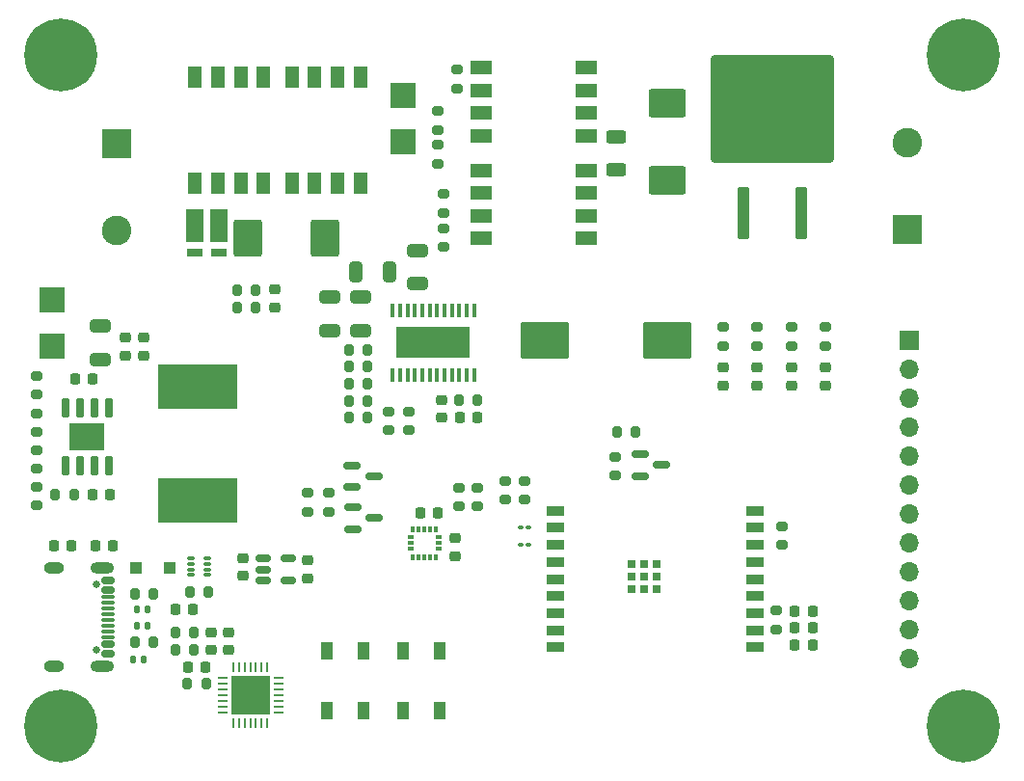
<source format=gbr>
G04 #@! TF.GenerationSoftware,KiCad,Pcbnew,9.0.3*
G04 #@! TF.CreationDate,2025-08-19T12:31:52-07:00*
G04 #@! TF.ProjectId,battery_protector,62617474-6572-4795-9f70-726f74656374,rev?*
G04 #@! TF.SameCoordinates,Original*
G04 #@! TF.FileFunction,Soldermask,Top*
G04 #@! TF.FilePolarity,Negative*
%FSLAX46Y46*%
G04 Gerber Fmt 4.6, Leading zero omitted, Abs format (unit mm)*
G04 Created by KiCad (PCBNEW 9.0.3) date 2025-08-19 12:31:52*
%MOMM*%
%LPD*%
G01*
G04 APERTURE LIST*
G04 Aperture macros list*
%AMRoundRect*
0 Rectangle with rounded corners*
0 $1 Rounding radius*
0 $2 $3 $4 $5 $6 $7 $8 $9 X,Y pos of 4 corners*
0 Add a 4 corners polygon primitive as box body*
4,1,4,$2,$3,$4,$5,$6,$7,$8,$9,$2,$3,0*
0 Add four circle primitives for the rounded corners*
1,1,$1+$1,$2,$3*
1,1,$1+$1,$4,$5*
1,1,$1+$1,$6,$7*
1,1,$1+$1,$8,$9*
0 Add four rect primitives between the rounded corners*
20,1,$1+$1,$2,$3,$4,$5,0*
20,1,$1+$1,$4,$5,$6,$7,0*
20,1,$1+$1,$6,$7,$8,$9,0*
20,1,$1+$1,$8,$9,$2,$3,0*%
G04 Aperture macros list end*
%ADD10R,1.498600X2.946400*%
%ADD11R,1.397000X0.711200*%
%ADD12RoundRect,0.200000X-0.275000X0.200000X-0.275000X-0.200000X0.275000X-0.200000X0.275000X0.200000X0*%
%ADD13RoundRect,0.225000X-0.225000X-0.250000X0.225000X-0.250000X0.225000X0.250000X-0.225000X0.250000X0*%
%ADD14RoundRect,0.225000X0.225000X0.250000X-0.225000X0.250000X-0.225000X-0.250000X0.225000X-0.250000X0*%
%ADD15RoundRect,0.200000X-0.200000X-0.275000X0.200000X-0.275000X0.200000X0.275000X-0.200000X0.275000X0*%
%ADD16RoundRect,0.200000X0.275000X-0.200000X0.275000X0.200000X-0.275000X0.200000X-0.275000X-0.200000X0*%
%ADD17RoundRect,0.200000X0.200000X0.275000X-0.200000X0.275000X-0.200000X-0.275000X0.200000X-0.275000X0*%
%ADD18RoundRect,0.250000X-0.625000X0.312500X-0.625000X-0.312500X0.625000X-0.312500X0.625000X0.312500X0*%
%ADD19R,1.854200X1.143000*%
%ADD20R,2.260600X2.209800*%
%ADD21RoundRect,0.225000X-0.250000X0.225000X-0.250000X-0.225000X0.250000X-0.225000X0.250000X0.225000X0*%
%ADD22RoundRect,0.150000X-0.587500X-0.150000X0.587500X-0.150000X0.587500X0.150000X-0.587500X0.150000X0*%
%ADD23RoundRect,0.100000X-0.130000X-0.100000X0.130000X-0.100000X0.130000X0.100000X-0.130000X0.100000X0*%
%ADD24R,1.000000X1.550000*%
%ADD25R,1.143000X1.854200*%
%ADD26RoundRect,0.250000X-0.650000X0.325000X-0.650000X-0.325000X0.650000X-0.325000X0.650000X0.325000X0*%
%ADD27RoundRect,0.225000X0.250000X-0.225000X0.250000X0.225000X-0.250000X0.225000X-0.250000X-0.225000X0*%
%ADD28C,0.650000*%
%ADD29RoundRect,0.150000X-0.425000X0.150000X-0.425000X-0.150000X0.425000X-0.150000X0.425000X0.150000X0*%
%ADD30RoundRect,0.075000X-0.500000X0.075000X-0.500000X-0.075000X0.500000X-0.075000X0.500000X0.075000X0*%
%ADD31O,2.100000X1.000000*%
%ADD32O,1.800000X1.000000*%
%ADD33RoundRect,0.218750X-0.256250X0.218750X-0.256250X-0.218750X0.256250X-0.218750X0.256250X0.218750X0*%
%ADD34RoundRect,0.075000X-0.075000X0.200000X-0.075000X-0.200000X0.075000X-0.200000X0.075000X0.200000X0*%
%ADD35RoundRect,0.075000X-0.200000X0.075000X-0.200000X-0.075000X0.200000X-0.075000X0.200000X0.075000X0*%
%ADD36R,1.000000X1.000000*%
%ADD37RoundRect,0.147500X-0.147500X-0.172500X0.147500X-0.172500X0.147500X0.172500X-0.147500X0.172500X0*%
%ADD38RoundRect,0.150000X-0.512500X-0.150000X0.512500X-0.150000X0.512500X0.150000X-0.512500X0.150000X0*%
%ADD39R,1.700000X1.700000*%
%ADD40O,1.700000X1.700000*%
%ADD41RoundRect,0.050000X-0.285000X-0.100000X0.285000X-0.100000X0.285000X0.100000X-0.285000X0.100000X0*%
%ADD42RoundRect,0.250000X0.300000X-2.050000X0.300000X2.050000X-0.300000X2.050000X-0.300000X-2.050000X0*%
%ADD43RoundRect,0.250002X5.149998X-4.449998X5.149998X4.449998X-5.149998X4.449998X-5.149998X-4.449998X0*%
%ADD44RoundRect,0.250000X0.325000X0.650000X-0.325000X0.650000X-0.325000X-0.650000X0.325000X-0.650000X0*%
%ADD45R,3.100000X2.400000*%
%ADD46RoundRect,0.150000X-0.150000X0.737500X-0.150000X-0.737500X0.150000X-0.737500X0.150000X0.737500X0*%
%ADD47RoundRect,0.102000X-2.000000X-1.500000X2.000000X-1.500000X2.000000X1.500000X-2.000000X1.500000X0*%
%ADD48C,3.600000*%
%ADD49C,6.400000*%
%ADD50RoundRect,0.062500X-0.062500X0.337500X-0.062500X-0.337500X0.062500X-0.337500X0.062500X0.337500X0*%
%ADD51RoundRect,0.062500X-0.337500X0.062500X-0.337500X-0.062500X0.337500X-0.062500X0.337500X0.062500X0*%
%ADD52R,3.350000X3.350000*%
%ADD53R,1.500000X0.900000*%
%ADD54R,0.700000X0.700000*%
%ADD55RoundRect,0.250000X1.000000X-1.400000X1.000000X1.400000X-1.000000X1.400000X-1.000000X-1.400000X0*%
%ADD56R,7.000000X4.000000*%
%ADD57RoundRect,0.102000X-1.200000X1.200000X-1.200000X-1.200000X1.200000X-1.200000X1.200000X1.200000X0*%
%ADD58C,2.604000*%
%ADD59R,0.450000X1.310000*%
%ADD60R,6.400000X2.770000*%
%ADD61RoundRect,0.250000X0.650000X-0.325000X0.650000X0.325000X-0.650000X0.325000X-0.650000X-0.325000X0*%
%ADD62RoundRect,0.250000X-1.400000X-1.000000X1.400000X-1.000000X1.400000X1.000000X-1.400000X1.000000X0*%
%ADD63RoundRect,0.102000X1.200000X-1.200000X1.200000X1.200000X-1.200000X1.200000X-1.200000X-1.200000X0*%
G04 APERTURE END LIST*
D10*
X92699964Y-80890400D03*
D11*
X92700000Y-83227200D03*
X94800000Y-83227200D03*
D10*
X94800036Y-80890400D03*
D12*
X115728991Y-67175000D03*
X115728991Y-68825000D03*
D13*
X80351000Y-108970000D03*
X81901000Y-108970000D03*
D14*
X117525000Y-97750000D03*
X115975000Y-97750000D03*
X93675000Y-119600000D03*
X92125000Y-119600000D03*
D15*
X91000000Y-116600000D03*
X92650000Y-116600000D03*
D16*
X129600000Y-102825000D03*
X129600000Y-101175000D03*
X117560000Y-105525000D03*
X117560000Y-103875000D03*
D17*
X117571261Y-96194452D03*
X115921261Y-96194452D03*
D18*
X129750000Y-73037500D03*
X129750000Y-75962500D03*
D15*
X80475000Y-104500000D03*
X82125000Y-104500000D03*
D19*
X117864500Y-73000002D03*
X127135500Y-66999998D03*
X127135500Y-68999999D03*
X127135500Y-71000001D03*
X127135500Y-72999999D03*
X117864500Y-67000001D03*
X117864500Y-68999999D03*
X117864500Y-71000001D03*
D13*
X145425000Y-116200000D03*
X146975000Y-116200000D03*
D20*
X80200000Y-91444700D03*
X80200000Y-87355300D03*
D21*
X86600000Y-90725000D03*
X86600000Y-92275000D03*
D16*
X114040000Y-75415000D03*
X114040000Y-73765000D03*
X78800000Y-95700000D03*
X78800000Y-94050000D03*
D22*
X131862500Y-100950000D03*
X131862500Y-102850000D03*
X133737500Y-101900000D03*
D12*
X121700000Y-103275000D03*
X121700000Y-104925000D03*
D16*
X104528000Y-105974386D03*
X104528000Y-104324386D03*
D23*
X121380000Y-108900000D03*
X122020000Y-108900000D03*
D24*
X107500000Y-118175000D03*
X107500000Y-123425000D03*
X104300000Y-118175000D03*
X104300000Y-123425000D03*
D25*
X92749998Y-67864500D03*
X98750002Y-77135500D03*
X96750001Y-77135500D03*
X94749999Y-77135500D03*
X92750001Y-77135500D03*
X98749999Y-67864500D03*
X96750001Y-67864500D03*
X94749999Y-67864500D03*
D12*
X102628000Y-104324386D03*
X102628000Y-105974386D03*
D20*
X111050000Y-73524700D03*
X111050000Y-69435300D03*
D16*
X114540000Y-79755000D03*
X114540000Y-78105000D03*
D15*
X87451000Y-117430000D03*
X89101000Y-117430000D03*
D21*
X102662500Y-110275000D03*
X102662500Y-111825000D03*
D26*
X84400000Y-89650000D03*
X84400000Y-92600000D03*
D16*
X111500000Y-98825000D03*
X111500000Y-97175000D03*
D15*
X106260000Y-96250000D03*
X107910000Y-96250000D03*
D16*
X120000000Y-104925000D03*
X120000000Y-103275000D03*
X142100000Y-91425000D03*
X142100000Y-89775000D03*
D14*
X85275000Y-104500000D03*
X83725000Y-104500000D03*
D27*
X94150000Y-118125000D03*
X94150000Y-116575000D03*
D28*
X84056000Y-112360000D03*
X84056000Y-118140000D03*
D29*
X85131000Y-112050000D03*
X85131000Y-112850000D03*
D30*
X85131000Y-114000000D03*
X85131000Y-115000000D03*
X85131000Y-115500000D03*
X85131000Y-116500000D03*
D29*
X85131000Y-117650000D03*
X85131000Y-118450000D03*
X85131000Y-118450000D03*
X85131000Y-117650000D03*
D30*
X85131000Y-117000000D03*
X85131000Y-116000000D03*
X85131000Y-114500000D03*
X85131000Y-113500000D03*
D29*
X85131000Y-112850000D03*
X85131000Y-112050000D03*
D31*
X84556000Y-110930000D03*
D32*
X80376000Y-110930000D03*
D31*
X84556000Y-119570000D03*
D32*
X80376000Y-119570000D03*
D13*
X145425000Y-114700000D03*
X146975000Y-114700000D03*
D14*
X92575000Y-114600000D03*
X91025000Y-114600000D03*
D16*
X148100000Y-91425000D03*
X148100000Y-89775000D03*
D12*
X78800000Y-100550000D03*
X78800000Y-102200000D03*
D33*
X148100000Y-93312500D03*
X148100000Y-94887500D03*
D17*
X98075000Y-88056879D03*
X96425000Y-88056879D03*
D12*
X114040000Y-70795000D03*
X114040000Y-72445000D03*
X114540000Y-81105000D03*
X114540000Y-82755000D03*
D34*
X113900000Y-109950000D03*
X113400000Y-109950000D03*
X112900000Y-109950000D03*
X112400000Y-109950000D03*
X111900000Y-109950000D03*
D35*
X111675000Y-109225000D03*
X111675000Y-108725000D03*
X111675000Y-108225000D03*
D34*
X111900000Y-107500000D03*
X112400000Y-107500000D03*
X112900000Y-107500000D03*
X113400000Y-107500000D03*
X113900000Y-107500000D03*
D35*
X114125000Y-108225000D03*
X114125000Y-108725000D03*
X114125000Y-109225000D03*
D17*
X93725000Y-121100000D03*
X92075000Y-121100000D03*
D21*
X114373247Y-96179085D03*
X114373247Y-97729085D03*
D23*
X121380000Y-107400000D03*
X122020000Y-107400000D03*
D15*
X106260000Y-91750000D03*
X107910000Y-91750000D03*
D16*
X78800000Y-105425000D03*
X78800000Y-103775000D03*
D36*
X90526000Y-110930000D03*
X87526000Y-110930000D03*
D24*
X114250000Y-118175000D03*
X114250000Y-123425000D03*
X111050000Y-118175000D03*
X111050000Y-123425000D03*
D21*
X96932750Y-110075250D03*
X96932750Y-111625250D03*
D15*
X129775000Y-99000000D03*
X131425000Y-99000000D03*
D27*
X95650000Y-118125000D03*
X95650000Y-116575000D03*
D37*
X87615000Y-114600000D03*
X88585000Y-114600000D03*
D38*
X98695250Y-110100000D03*
X98695250Y-111050000D03*
X98695250Y-112000000D03*
X100970250Y-112000000D03*
X100970250Y-110100000D03*
D16*
X115900000Y-105525000D03*
X115900000Y-103875000D03*
D39*
X155500000Y-90940000D03*
D40*
X155500000Y-93480000D03*
X155500000Y-96020000D03*
X155500000Y-98560000D03*
X155500000Y-101100000D03*
X155500000Y-103640000D03*
X155500000Y-106180000D03*
X155500000Y-108720000D03*
X155500000Y-111260000D03*
X155500000Y-113800000D03*
X155500000Y-116340000D03*
X155500000Y-118880000D03*
D41*
X92352160Y-110049750D03*
X92352160Y-110549750D03*
X92352160Y-111049750D03*
X92352160Y-111549750D03*
X93832160Y-111549750D03*
X93832160Y-111049750D03*
X93832160Y-110549750D03*
X93832160Y-110049750D03*
D26*
X104600000Y-87125000D03*
X104600000Y-90075000D03*
D42*
X145940000Y-79775000D03*
X140860000Y-79775000D03*
D43*
X143400000Y-70625000D03*
D21*
X88250000Y-90725000D03*
X88250000Y-92275000D03*
D15*
X106260000Y-97750000D03*
X107910000Y-97750000D03*
D13*
X82225000Y-94300000D03*
X83775000Y-94300000D03*
D15*
X87451000Y-113180000D03*
X89101000Y-113180000D03*
D44*
X109850000Y-84900000D03*
X106900000Y-84900000D03*
D45*
X83250000Y-99400000D03*
D46*
X85155000Y-96837500D03*
X83885000Y-96837500D03*
X82615000Y-96837500D03*
X81345000Y-96837500D03*
X81345000Y-101962500D03*
X82615000Y-101962500D03*
X83885000Y-101962500D03*
X85155000Y-101962500D03*
D16*
X139100000Y-91425000D03*
X139100000Y-89775000D03*
D21*
X115580000Y-108335000D03*
X115580000Y-109885000D03*
D15*
X106260000Y-94750000D03*
X107910000Y-94750000D03*
D17*
X93927160Y-113049750D03*
X92277160Y-113049750D03*
D16*
X143800000Y-116325000D03*
X143800000Y-114675000D03*
D47*
X123450000Y-90950000D03*
X134250000Y-90950000D03*
D21*
X99750000Y-86475000D03*
X99750000Y-88025000D03*
D48*
X80963923Y-65907119D03*
D49*
X80963923Y-65907119D03*
D50*
X99100000Y-119650000D03*
X98600000Y-119650000D03*
X98100000Y-119650000D03*
X97600000Y-119650000D03*
X97100000Y-119650000D03*
X96600000Y-119650000D03*
X96100000Y-119650000D03*
D51*
X95150000Y-120600000D03*
X95150000Y-121100000D03*
X95150000Y-121600000D03*
X95150000Y-122100000D03*
X95150000Y-122600000D03*
X95150000Y-123100000D03*
X95150000Y-123600000D03*
D50*
X96100000Y-124550000D03*
X96600000Y-124550000D03*
X97100000Y-124550000D03*
X97600000Y-124550000D03*
X98100000Y-124550000D03*
X98600000Y-124550000D03*
X99100000Y-124550000D03*
D51*
X100050000Y-123600000D03*
X100050000Y-123100000D03*
X100050000Y-122600000D03*
X100050000Y-122100000D03*
X100050000Y-121600000D03*
X100050000Y-121100000D03*
X100050000Y-120600000D03*
D52*
X97600000Y-122100000D03*
D53*
X141910000Y-117900000D03*
X141910000Y-116400000D03*
X141910000Y-114900000D03*
X141910000Y-113400000D03*
X141910000Y-111900000D03*
X141910000Y-110400000D03*
X141910000Y-108900000D03*
X141910000Y-107400000D03*
X141910000Y-105900000D03*
X124410000Y-105900000D03*
X124410000Y-107400000D03*
X124410000Y-108900000D03*
X124410000Y-110400000D03*
X124410000Y-111900000D03*
X124410000Y-113400000D03*
X124410000Y-114900000D03*
X124410000Y-116400000D03*
X124410000Y-117900000D03*
D54*
X133300000Y-112800000D03*
X133300000Y-111700000D03*
X133300000Y-110600000D03*
X132200000Y-112800000D03*
X132200000Y-111700000D03*
X132200000Y-110600000D03*
X131100000Y-112800000D03*
X131100000Y-111700000D03*
X131100000Y-110600000D03*
D16*
X78800000Y-99025000D03*
X78800000Y-97375000D03*
D33*
X139100000Y-93312500D03*
X139100000Y-94887500D03*
D15*
X106260000Y-93250000D03*
X107910000Y-93250000D03*
D22*
X106600000Y-105600000D03*
X106600000Y-107500000D03*
X108475000Y-106550000D03*
D25*
X101249998Y-67864500D03*
X107250002Y-77135500D03*
X105250001Y-77135500D03*
X103249999Y-77135500D03*
X101250001Y-77135500D03*
X107249999Y-67864500D03*
X105250001Y-67864500D03*
X103249999Y-67864500D03*
D48*
X160200000Y-65907119D03*
D49*
X160200000Y-65907119D03*
D48*
X80963923Y-124800000D03*
D49*
X80963923Y-124800000D03*
D55*
X97350000Y-82000000D03*
X104150000Y-82000000D03*
D56*
X93000000Y-105000000D03*
X93000000Y-95000000D03*
D48*
X160200000Y-124800000D03*
D49*
X160200000Y-124800000D03*
D37*
X87291000Y-118930000D03*
X88261000Y-118930000D03*
D33*
X145100000Y-93312500D03*
X145100000Y-94887500D03*
D26*
X107300000Y-87125000D03*
X107300000Y-90075000D03*
D33*
X142100000Y-93312500D03*
X142100000Y-94887500D03*
D16*
X109750000Y-98825000D03*
X109750000Y-97175000D03*
D12*
X144300000Y-107275000D03*
X144300000Y-108925000D03*
D22*
X106562500Y-101950000D03*
X106562500Y-103850000D03*
X108437500Y-102900000D03*
D57*
X85887500Y-73690000D03*
D58*
X85887500Y-81310000D03*
D19*
X117864500Y-82000002D03*
X127135500Y-75999998D03*
X127135500Y-77999999D03*
X127135500Y-80000001D03*
X127135500Y-81999999D03*
X117864500Y-76000001D03*
X117864500Y-77999999D03*
X117864500Y-80000001D03*
D15*
X91000000Y-118100000D03*
X92650000Y-118100000D03*
D14*
X114055000Y-106100000D03*
X112505000Y-106100000D03*
D59*
X110100003Y-94000000D03*
X110750002Y-94000000D03*
X111400000Y-94000000D03*
X112050001Y-94000000D03*
X112700000Y-94000000D03*
X113350001Y-94000000D03*
X114000000Y-94000000D03*
X114650001Y-94000000D03*
X115300000Y-94000000D03*
X115950001Y-94000000D03*
X116600000Y-94000000D03*
X117250001Y-94000000D03*
X117250001Y-88289998D03*
X116600002Y-88289998D03*
X115950001Y-88289998D03*
X115300003Y-88289998D03*
X114650001Y-88289998D03*
X114000003Y-88289998D03*
X113350004Y-88289998D03*
X112700003Y-88289998D03*
X112050004Y-88289998D03*
X111400003Y-88289998D03*
X110750004Y-88289998D03*
X110100003Y-88289998D03*
D60*
X113675002Y-91144999D03*
D61*
X112300000Y-85975000D03*
X112300000Y-83025000D03*
D13*
X145425000Y-117700000D03*
X146975000Y-117700000D03*
X83976000Y-108970000D03*
X85526000Y-108970000D03*
D37*
X87615000Y-116000000D03*
X88585000Y-116000000D03*
D62*
X134250000Y-70100000D03*
X134250000Y-76900000D03*
D17*
X98075000Y-86500000D03*
X96425000Y-86500000D03*
D16*
X145100000Y-91425000D03*
X145100000Y-89775000D03*
D63*
X155310000Y-81190000D03*
D58*
X155310000Y-73570000D03*
M02*

</source>
